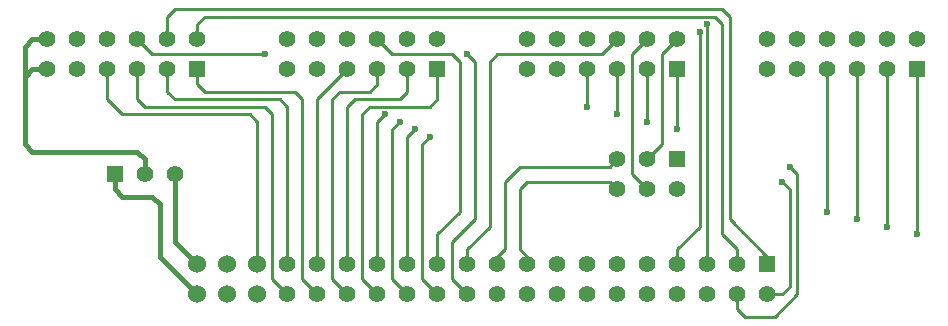
<source format=gbr>
G04 #@! TF.FileFunction,Copper,L1,Top,Signal*
%FSLAX46Y46*%
G04 Gerber Fmt 4.6, Leading zero omitted, Abs format (unit mm)*
G04 Created by KiCad (PCBNEW 4.0.2+dfsg1-stable) date Wed 03 Oct 2018 19:13:07 BST*
%MOMM*%
G01*
G04 APERTURE LIST*
%ADD10C,0.100000*%
%ADD11R,1.397000X1.397000*%
%ADD12C,1.397000*%
%ADD13C,1.524000*%
%ADD14C,0.600000*%
%ADD15C,0.381000*%
%ADD16C,0.250000*%
G04 APERTURE END LIST*
D10*
D11*
X184150000Y-86360000D03*
D12*
X181610000Y-86360000D03*
X179070000Y-86360000D03*
X176530000Y-86360000D03*
X173990000Y-86360000D03*
X171450000Y-86360000D03*
X184150000Y-83820000D03*
X181610000Y-83820000D03*
X179070000Y-83820000D03*
X176530000Y-83820000D03*
X173990000Y-83820000D03*
X171450000Y-83820000D03*
D11*
X171450000Y-102870000D03*
D12*
X171450000Y-105410000D03*
X168910000Y-102870000D03*
X168910000Y-105410000D03*
X166370000Y-102870000D03*
X166370000Y-105410000D03*
X163830000Y-102870000D03*
X163830000Y-105410000D03*
X161290000Y-102870000D03*
X161290000Y-105410000D03*
X158750000Y-102870000D03*
X158750000Y-105410000D03*
X156210000Y-102870000D03*
X156210000Y-105410000D03*
X153670000Y-102870000D03*
X153670000Y-105410000D03*
X151130000Y-102870000D03*
X151130000Y-105410000D03*
X148590000Y-102870000D03*
X148590000Y-105410000D03*
X146050000Y-102870000D03*
X146050000Y-105410000D03*
X143510000Y-102870000D03*
X143510000Y-105410000D03*
X140970000Y-102870000D03*
X140970000Y-105410000D03*
X138430000Y-102870000D03*
X138430000Y-105410000D03*
X135890000Y-102870000D03*
X135890000Y-105410000D03*
X133350000Y-102870000D03*
X133350000Y-105410000D03*
X130810000Y-102870000D03*
X130810000Y-105410000D03*
D13*
X128270000Y-102870000D03*
X128270000Y-105410000D03*
X125730000Y-102870000D03*
X125730000Y-105410000D03*
X123190000Y-102870000D03*
X123190000Y-105410000D03*
D11*
X163830000Y-86360000D03*
D12*
X161290000Y-86360000D03*
X158750000Y-86360000D03*
X156210000Y-86360000D03*
X153670000Y-86360000D03*
X151130000Y-86360000D03*
X163830000Y-83820000D03*
X161290000Y-83820000D03*
X158750000Y-83820000D03*
X156210000Y-83820000D03*
X153670000Y-83820000D03*
X151130000Y-83820000D03*
D11*
X143510000Y-86360000D03*
D12*
X140970000Y-86360000D03*
X138430000Y-86360000D03*
X135890000Y-86360000D03*
X133350000Y-86360000D03*
X130810000Y-86360000D03*
X143510000Y-83820000D03*
X140970000Y-83820000D03*
X138430000Y-83820000D03*
X135890000Y-83820000D03*
X133350000Y-83820000D03*
X130810000Y-83820000D03*
D11*
X123190000Y-86360000D03*
D12*
X120650000Y-86360000D03*
X118110000Y-86360000D03*
X115570000Y-86360000D03*
X113030000Y-86360000D03*
X110490000Y-86360000D03*
X123190000Y-83820000D03*
X120650000Y-83820000D03*
X118110000Y-83820000D03*
X115570000Y-83820000D03*
X113030000Y-83820000D03*
X110490000Y-83820000D03*
D11*
X116205000Y-95250000D03*
D12*
X118745000Y-95250000D03*
X121285000Y-95250000D03*
D11*
X163830000Y-93980000D03*
D12*
X163830000Y-96520000D03*
X161290000Y-93980000D03*
X161290000Y-96520000D03*
X158750000Y-93980000D03*
X158750000Y-96520000D03*
D14*
X172720000Y-95885000D03*
X173355000Y-94615000D03*
X166370000Y-82550000D03*
X165735000Y-83185000D03*
X184150000Y-100330000D03*
X181610000Y-99695000D03*
X179070000Y-99060000D03*
X176530000Y-98425000D03*
X128905000Y-85090000D03*
X146050000Y-85090000D03*
X142875000Y-92075000D03*
X163830000Y-91440000D03*
X141605000Y-91440000D03*
X161290000Y-90805000D03*
X140335000Y-90805000D03*
X158750000Y-90170000D03*
X139065000Y-90170000D03*
X156210000Y-89535000D03*
D15*
X123190000Y-105410000D02*
X120015000Y-102235000D01*
X116205000Y-96520000D02*
X116205000Y-95250000D01*
X116840000Y-97155000D02*
X116205000Y-96520000D01*
X119380000Y-97155000D02*
X116840000Y-97155000D01*
X120015000Y-97790000D02*
X119380000Y-97155000D01*
X120015000Y-102235000D02*
X120015000Y-97790000D01*
X123190000Y-102870000D02*
X121920000Y-101600000D01*
X121285000Y-100965000D02*
X121285000Y-95250000D01*
X121920000Y-101600000D02*
X121285000Y-100965000D01*
X118745000Y-95250000D02*
X118745000Y-93980000D01*
X108585000Y-92075000D02*
X108585000Y-86995000D01*
X108585000Y-92710000D02*
X108585000Y-92075000D01*
X109220000Y-93345000D02*
X108585000Y-92710000D01*
X118110000Y-93345000D02*
X109220000Y-93345000D01*
X118745000Y-93980000D02*
X118110000Y-93345000D01*
X110490000Y-83820000D02*
X109220000Y-83820000D01*
X109220000Y-83820000D02*
X108585000Y-84455000D01*
X108585000Y-84455000D02*
X108585000Y-86995000D01*
X109220000Y-86360000D02*
X110490000Y-86360000D01*
X108585000Y-86995000D02*
X109220000Y-86360000D01*
D16*
X171450000Y-102870000D02*
X171450000Y-102235000D01*
X171450000Y-102235000D02*
X168275000Y-99060000D01*
X120650000Y-81915000D02*
X120650000Y-83820000D01*
X121285000Y-81280000D02*
X120650000Y-81915000D01*
X167640000Y-81280000D02*
X121285000Y-81280000D01*
X168275000Y-81915000D02*
X167640000Y-81280000D01*
X168275000Y-99060000D02*
X168275000Y-81915000D01*
X172720000Y-95885000D02*
X173355000Y-96520000D01*
X173355000Y-96520000D02*
X173355000Y-97155000D01*
X172720000Y-105410000D02*
X171450000Y-105410000D01*
X173355000Y-104775000D02*
X172720000Y-105410000D01*
X173355000Y-97155000D02*
X173355000Y-104775000D01*
X168910000Y-102870000D02*
X168910000Y-101600000D01*
X123190000Y-82550000D02*
X123190000Y-83820000D01*
X123825000Y-81915000D02*
X123190000Y-82550000D01*
X167005000Y-81915000D02*
X123825000Y-81915000D01*
X167640000Y-82550000D02*
X167005000Y-81915000D01*
X167640000Y-100330000D02*
X167640000Y-82550000D01*
X168910000Y-101600000D02*
X167640000Y-100330000D01*
X173355000Y-94615000D02*
X173990000Y-95250000D01*
X173990000Y-95250000D02*
X173990000Y-96520000D01*
X169545000Y-107315000D02*
X168910000Y-106680000D01*
X172085000Y-107315000D02*
X169545000Y-107315000D01*
X173990000Y-105410000D02*
X172085000Y-107315000D01*
X173990000Y-96520000D02*
X173990000Y-105410000D01*
X168910000Y-106680000D02*
X168910000Y-105410000D01*
X166370000Y-82550000D02*
X166370000Y-102870000D01*
X163830000Y-102870000D02*
X163830000Y-101600000D01*
X165735000Y-99695000D02*
X165735000Y-83185000D01*
X163830000Y-101600000D02*
X165735000Y-99695000D01*
X184150000Y-86360000D02*
X184150000Y-98425000D01*
X184150000Y-98425000D02*
X184150000Y-100330000D01*
X181610000Y-86360000D02*
X181610000Y-99060000D01*
X181610000Y-99060000D02*
X181610000Y-99695000D01*
X179070000Y-86360000D02*
X179070000Y-99060000D01*
X176530000Y-86360000D02*
X176530000Y-98425000D01*
X151130000Y-102870000D02*
X151130000Y-102235000D01*
X151130000Y-102235000D02*
X150495000Y-101600000D01*
X150495000Y-101600000D02*
X150495000Y-96520000D01*
X150495000Y-96520000D02*
X151130000Y-95885000D01*
X151130000Y-95885000D02*
X158115000Y-95885000D01*
X158115000Y-95885000D02*
X158750000Y-96520000D01*
X148590000Y-102870000D02*
X148590000Y-102235000D01*
X148590000Y-102235000D02*
X149225000Y-101600000D01*
X149225000Y-101600000D02*
X149225000Y-95885000D01*
X149225000Y-95885000D02*
X150495000Y-94615000D01*
X150495000Y-94615000D02*
X158115000Y-94615000D01*
X158115000Y-94615000D02*
X158750000Y-93980000D01*
X147955000Y-86360000D02*
X147955000Y-85725000D01*
X146050000Y-101600000D02*
X147955000Y-99695000D01*
X147955000Y-99695000D02*
X147955000Y-86360000D01*
X146050000Y-102870000D02*
X146050000Y-101600000D01*
X157480000Y-85090000D02*
X158750000Y-83820000D01*
X148590000Y-85090000D02*
X157480000Y-85090000D01*
X147955000Y-85725000D02*
X148590000Y-85090000D01*
X146685000Y-86360000D02*
X146685000Y-85725000D01*
X144780000Y-104140000D02*
X144780000Y-100965000D01*
X144780000Y-100965000D02*
X146685000Y-99060000D01*
X146685000Y-99060000D02*
X146685000Y-86360000D01*
X146050000Y-105410000D02*
X144780000Y-104140000D01*
X119380000Y-85090000D02*
X118110000Y-83820000D01*
X128905000Y-85090000D02*
X119380000Y-85090000D01*
X146685000Y-85725000D02*
X146050000Y-85090000D01*
X145415000Y-86360000D02*
X145415000Y-85725000D01*
X143510000Y-102870000D02*
X143510000Y-100330000D01*
X145415000Y-98425000D02*
X145415000Y-86360000D01*
X143510000Y-100330000D02*
X145415000Y-98425000D01*
X139700000Y-85090000D02*
X138430000Y-83820000D01*
X144780000Y-85090000D02*
X139700000Y-85090000D01*
X145415000Y-85725000D02*
X144780000Y-85090000D01*
X142240000Y-104140000D02*
X142240000Y-92710000D01*
X142240000Y-92710000D02*
X142875000Y-92075000D01*
X143510000Y-105410000D02*
X142240000Y-104140000D01*
X163830000Y-91440000D02*
X163830000Y-86360000D01*
X140970000Y-92075000D02*
X141605000Y-91440000D01*
X140970000Y-102870000D02*
X140970000Y-92075000D01*
X161290000Y-90805000D02*
X161290000Y-86360000D01*
X139700000Y-104140000D02*
X139700000Y-91440000D01*
X139700000Y-91440000D02*
X140335000Y-90805000D01*
X140970000Y-105410000D02*
X139700000Y-104140000D01*
X158750000Y-90170000D02*
X158750000Y-86360000D01*
X158750000Y-86995000D02*
X158750000Y-86360000D01*
X138430000Y-90805000D02*
X139065000Y-90170000D01*
X138430000Y-102870000D02*
X138430000Y-90805000D01*
X156210000Y-89535000D02*
X156210000Y-86360000D01*
X138430000Y-105410000D02*
X137160000Y-104140000D01*
X143510000Y-88900000D02*
X143510000Y-86360000D01*
X142875000Y-89535000D02*
X143510000Y-88900000D01*
X137795000Y-89535000D02*
X142875000Y-89535000D01*
X137160000Y-90170000D02*
X137795000Y-89535000D01*
X137160000Y-104140000D02*
X137160000Y-90170000D01*
X135890000Y-102870000D02*
X135890000Y-89535000D01*
X140970000Y-88265000D02*
X140970000Y-86360000D01*
X140335000Y-88900000D02*
X140970000Y-88265000D01*
X136525000Y-88900000D02*
X140335000Y-88900000D01*
X135890000Y-89535000D02*
X136525000Y-88900000D01*
X135890000Y-105410000D02*
X134620000Y-104140000D01*
X138430000Y-87630000D02*
X138430000Y-86360000D01*
X137795000Y-88265000D02*
X138430000Y-87630000D01*
X135255000Y-88265000D02*
X137795000Y-88265000D01*
X134620000Y-88900000D02*
X135255000Y-88265000D01*
X134620000Y-104140000D02*
X134620000Y-88900000D01*
X133350000Y-102870000D02*
X133350000Y-88900000D01*
X133350000Y-88900000D02*
X135890000Y-86360000D01*
X133350000Y-105410000D02*
X132080000Y-104140000D01*
X123190000Y-87630000D02*
X123190000Y-86360000D01*
X123825000Y-88265000D02*
X123190000Y-87630000D01*
X131445000Y-88265000D02*
X123825000Y-88265000D01*
X132080000Y-88900000D02*
X131445000Y-88265000D01*
X132080000Y-104140000D02*
X132080000Y-88900000D01*
X130810000Y-102870000D02*
X130810000Y-89535000D01*
X120650000Y-88265000D02*
X120650000Y-86360000D01*
X121285000Y-88900000D02*
X120650000Y-88265000D01*
X130175000Y-88900000D02*
X121285000Y-88900000D01*
X130810000Y-89535000D02*
X130175000Y-88900000D01*
X130810000Y-105410000D02*
X129540000Y-104140000D01*
X118110000Y-88900000D02*
X118110000Y-86360000D01*
X118745000Y-89535000D02*
X118110000Y-88900000D01*
X128905000Y-89535000D02*
X118745000Y-89535000D01*
X129540000Y-90170000D02*
X128905000Y-89535000D01*
X129540000Y-104140000D02*
X129540000Y-90170000D01*
X128270000Y-102870000D02*
X128270000Y-90805000D01*
X115570000Y-88900000D02*
X115570000Y-86360000D01*
X116840000Y-90170000D02*
X115570000Y-88900000D01*
X127635000Y-90170000D02*
X116840000Y-90170000D01*
X128270000Y-90805000D02*
X127635000Y-90170000D01*
X161290000Y-96520000D02*
X160020000Y-95250000D01*
X160020000Y-85090000D02*
X161290000Y-83820000D01*
X160020000Y-95250000D02*
X160020000Y-85090000D01*
X161290000Y-93980000D02*
X162560000Y-92710000D01*
X162560000Y-85090000D02*
X163830000Y-83820000D01*
X162560000Y-92710000D02*
X162560000Y-85090000D01*
M02*

</source>
